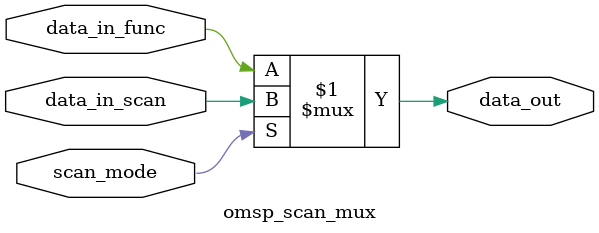
<source format=v>
module  omsp_scan_mux (
    data_out,                      
    data_in_scan,                  
    data_in_func,                  
    scan_mode                      
);
output              data_out;      
input               data_in_scan;  
input               data_in_func;  
input               scan_mode;     
assign  data_out  =  scan_mode ? data_in_scan : data_in_func;
endmodule
</source>
